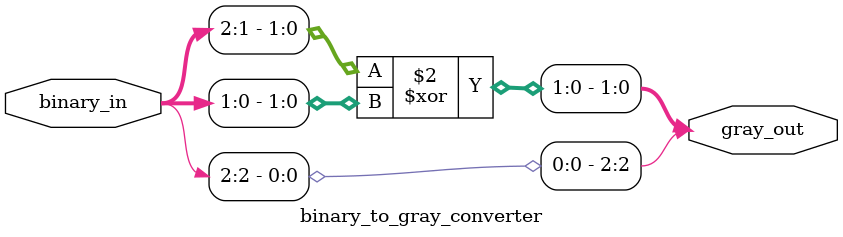
<source format=sv>
module dual_output_decoder(
    input [2:0] binary_in,
    output [7:0] onehot_out,
    output [2:0] gray_out
);
    // 实例化一个热码转换器子模块
    binary_to_onehot_converter onehot_generator(
        .binary_in(binary_in),
        .onehot_out(onehot_out)
    );
    
    // 实例化格雷码转换器子模块
    binary_to_gray_converter gray_generator(
        .binary_in(binary_in),
        .gray_out(gray_out)
    );
endmodule

// 子模块：二进制到一个热码的转换器
module binary_to_onehot_converter(
    input [2:0] binary_in,
    output reg [7:0] onehot_out
);
    // 使用移位操作将二进制输入转换为一个热码输出
    always @(*) begin
        onehot_out = 8'h01 << binary_in;
    end
endmodule

// 子模块：二进制到格雷码的转换器
module binary_to_gray_converter(
    input [2:0] binary_in,
    output reg [2:0] gray_out
);
    // 优化的格雷码转换实现
    always @(*) begin
        // MSB保持不变
        gray_out[2] = binary_in[2];
        // 其他位是相邻二进制位的异或
        gray_out[1:0] = binary_in[2:1] ^ binary_in[1:0];
    end
endmodule
</source>
